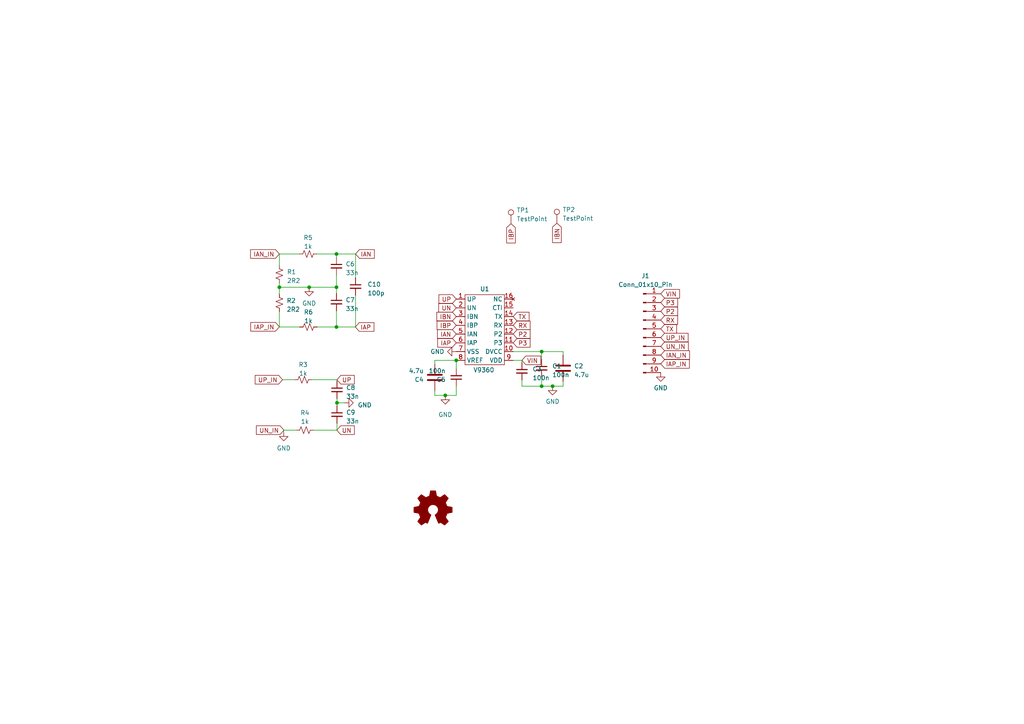
<source format=kicad_sch>
(kicad_sch (version 20230121) (generator eeschema)
  (paper "A4")
  (lib_symbols
    (symbol "Connector:Conn_01x10_Pin" (pin_names (offset 1.016) hide)
      (property "Reference" "J" (at 0 12.7 0))
      (property "Value" "Conn_01x10_Pin" (at 0 -15.24 0))
      (symbol "Conn_01x10_Pin_1_1"
        (polyline (pts (xy 1.27 -12.7) (xy 0.8636 -12.7)) (stroke (width 0.1524)))
        (polyline (pts (xy 1.27 -10.16) (xy 0.8636 -10.16)) (stroke (width 0.1524)))
        (polyline (pts (xy 1.27 -7.62) (xy 0.8636 -7.62)) (stroke (width 0.1524)))
        (polyline (pts (xy 1.27 -5.08) (xy 0.8636 -5.08)) (stroke (width 0.1524)))
        (polyline (pts (xy 1.27 -2.54) (xy 0.8636 -2.54)) (stroke (width 0.1524)))
        (polyline (pts (xy 1.27 0) (xy 0.8636 0)) (stroke (width 0.1524)))
        (polyline (pts (xy 1.27 2.54) (xy 0.8636 2.54)) (stroke (width 0.1524)))
        (polyline (pts (xy 1.27 5.08) (xy 0.8636 5.08)) (stroke (width 0.1524)))
        (polyline (pts (xy 1.27 7.62) (xy 0.8636 7.62)) (stroke (width 0.1524)))
        (polyline (pts (xy 1.27 10.16) (xy 0.8636 10.16)) (stroke (width 0.1524)))
        (rectangle (start 0.8636 -12.573) (end 0 -12.827) (stroke (width 0.1524)) (fill (type outline)))
        (rectangle (start 0.8636 -10.033) (end 0 -10.287) (stroke (width 0.1524)) (fill (type outline)))
        (rectangle (start 0.8636 -7.493) (end 0 -7.747) (stroke (width 0.1524)) (fill (type outline)))
        (rectangle (start 0.8636 -4.953) (end 0 -5.207) (stroke (width 0.1524)) (fill (type outline)))
        (rectangle (start 0.8636 -2.413) (end 0 -2.667) (stroke (width 0.1524)) (fill (type outline)))
        (rectangle (start 0.8636 0.127) (end 0 -0.127) (stroke (width 0.1524)) (fill (type outline)))
        (rectangle (start 0.8636 2.667) (end 0 2.413) (stroke (width 0.1524)) (fill (type outline)))
        (rectangle (start 0.8636 5.207) (end 0 4.953) (stroke (width 0.1524)) (fill (type outline)))
        (rectangle (start 0.8636 7.747) (end 0 7.493) (stroke (width 0.1524)) (fill (type outline)))
        (rectangle (start 0.8636 10.287) (end 0 10.033) (stroke (width 0.1524)) (fill (type outline)))
        (pin passive line (at 5.08 10.16 180) (length 3.81) (name "Pin_1") (number "1"))
        (pin passive line (at 5.08 -12.7 180) (length 3.81) (name "Pin_10") (number "10"))
        (pin passive line (at 5.08 7.62 180) (length 3.81) (name "Pin_2") (number "2"))
        (pin passive line (at 5.08 5.08 180) (length 3.81) (name "Pin_3") (number "3"))
        (pin passive line (at 5.08 2.54 180) (length 3.81) (name "Pin_4") (number "4"))
        (pin passive line (at 5.08 0 180) (length 3.81) (name "Pin_5") (number "5"))
        (pin passive line (at 5.08 -2.54 180) (length 3.81) (name "Pin_6") (number "6"))
        (pin passive line (at 5.08 -5.08 180) (length 3.81) (name "Pin_7") (number "7"))
        (pin passive line (at 5.08 -7.62 180) (length 3.81) (name "Pin_8") (number "8"))
        (pin passive line (at 5.08 -10.16 180) (length 3.81) (name "Pin_9") (number "9"))
      )
    )
    (symbol "Connector:TestPoint" (pin_numbers hide) (pin_names (offset 0.762) hide)
      (property "Reference" "TP" (at 0 6.858 0))
      (property "Value" "TestPoint" (at 0 5.08 0))
      (symbol "TestPoint_0_1"
        (circle (center 0 3.302) (radius 0.762))
      )
      (symbol "TestPoint_1_1"
        (pin passive line (at 0 0 90) (length 2.54) (name "1") (number "1"))
      )
    )
    (symbol "Device:C" (pin_numbers hide) (pin_names (offset 0.254))
      (property "Reference" "C" (at 0.635 2.54 0))
      (property "Value" "C" (at 0.635 -2.54 0))
      (symbol "C_0_1"
        (polyline (pts (xy -2.032 -0.762) (xy 2.032 -0.762)) (stroke (width 0.508)))
        (polyline (pts (xy -2.032 0.762) (xy 2.032 0.762)) (stroke (width 0.508)))
      )
      (symbol "C_1_1"
        (pin passive line (at 0 3.81 270) (length 2.794) (name "~") (number "1"))
        (pin passive line (at 0 -3.81 90) (length 2.794) (name "~") (number "2"))
      )
    )
    (symbol "Device:C_Small" (pin_numbers hide) (pin_names (offset 0.254) hide)
      (property "Reference" "C" (at 0.254 1.778 0))
      (property "Value" "C_Small" (at 0.254 -2.032 0))
      (symbol "C_Small_0_1"
        (polyline (pts (xy -1.524 -0.508) (xy 1.524 -0.508)) (stroke (width 0.3302)))
        (polyline (pts (xy -1.524 0.508) (xy 1.524 0.508)) (stroke (width 0.3048)))
      )
      (symbol "C_Small_1_1"
        (pin passive line (at 0 2.54 270) (length 2.032) (name "~") (number "1"))
        (pin passive line (at 0 -2.54 90) (length 2.032) (name "~") (number "2"))
      )
    )
    (symbol "Device:R_Small_US" (pin_numbers hide) (pin_names (offset 0.254) hide)
      (property "Reference" "R" (at 0.762 0.508 0))
      (property "Value" "R_Small_US" (at 0.762 -1.016 0))
      (symbol "R_Small_US_1_1"
        (polyline (pts (xy 0 0) (xy 1.016 -0.381) (xy 0 -0.762) (xy -1.016 -1.143) (xy 0 -1.524)))
        (polyline (pts (xy 0 1.524) (xy 1.016 1.143) (xy 0 0.762) (xy -1.016 0.381) (xy 0 0)))
        (pin passive line (at 0 2.54 270) (length 1.016) (name "~") (number "1"))
        (pin passive line (at 0 -2.54 90) (length 1.016) (name "~") (number "2"))
      )
    )
    (symbol "Graphic:Logo_Open_Hardware_Small" (in_bom no) (on_board no)
      (symbol "Logo_Open_Hardware_Small_0_1"
        (polyline (pts (xy 3.3528 -4.3434) (xy 3.302 -4.318) (xy 3.175 -4.2418) (xy 2.9972 -4.1148) (xy 2.7686 -3.9624) (xy 2.54 -3.81) (xy 2.3622 -3.7084) (xy 2.2352 -3.6068) (xy 2.1844 -3.5814) (xy 2.159 -3.6068) (xy 2.0574 -3.6576) (xy 1.905 -3.7338) (xy 1.8034 -3.7846) (xy 1.6764 -3.8354) (xy 1.6002 -3.8354) (xy 1.6002 -3.8354) (xy 1.5494 -3.7338) (xy 1.4732 -3.5306) (xy 1.3462 -3.302) (xy 1.2446 -3.0226) (xy 1.1176 -2.7178) (xy 0.9652 -2.413) (xy 0.8636 -2.1082) (xy 0.7366 -1.8288) (xy 0.6604 -1.6256) (xy 0.6096 -1.4732) (xy 0.5842 -1.397) (xy 0.5842 -1.397) (xy 0.6604 -1.3208) (xy 0.7874 -1.2446) (xy 1.0414 -1.016) (xy 1.2954 -0.6858) (xy 1.4478 -0.3302) (xy 1.524 0.0762) (xy 1.4732 0.4572) (xy 1.3208 0.8128) (xy 1.0668 1.143) (xy 0.762 1.3716) (xy 0.4064 1.524) (xy 0 1.5748) (xy -0.381 1.5494) (xy -0.7366 1.397) (xy -1.0668 1.143) (xy -1.2192 0.9906) (xy -1.397 0.6604) (xy -1.524 0.3048) (xy -1.524 0.2286) (xy -1.4986 -0.1778) (xy -1.397 -0.5334) (xy -1.1938 -0.8636) (xy -0.9144 -1.143) (xy -0.8636 -1.1684) (xy -0.7366 -1.27) (xy -0.635 -1.3462) (xy -0.5842 -1.397) (xy -1.0668 -2.5908) (xy -1.143 -2.794) (xy -1.2954 -3.1242) (xy -1.397 -3.4036) (xy -1.4986 -3.6322) (xy -1.5748 -3.7846) (xy -1.6002 -3.8354) (xy -1.6002 -3.8354) (xy -1.651 -3.8354) (xy -1.7272 -3.81) (xy -1.905 -3.7338) (xy -2.0066 -3.683) (xy -2.1336 -3.6068) (xy -2.2098 -3.5814) (xy -2.2606 -3.6068) (xy -2.3622 -3.683) (xy -2.54 -3.81) (xy -2.7686 -3.9624) (xy -2.9718 -4.0894) (xy -3.1496 -4.2164) (xy -3.302 -4.318) (xy -3.3528 -4.3434) (xy -3.3782 -4.3434) (xy -3.429 -4.318) (xy -3.5306 -4.2164) (xy -3.7084 -4.064) (xy -3.937 -3.8354) (xy -3.9624 -3.81) (xy -4.1656 -3.6068) (xy -4.318 -3.4544) (xy -4.4196 -3.3274) (xy -4.445 -3.2766) (xy -4.445 -3.2766) (xy -4.4196 -3.2258) (xy -4.318 -3.0734) (xy -4.2164 -2.8956) (xy -4.064 -2.667) (xy -3.6576 -2.0828) (xy -3.8862 -1.5494) (xy -3.937 -1.3716) (xy -4.0386 -1.1684) (xy -4.0894 -1.0414) (xy -4.1148 -0.9652) (xy -4.191 -0.9398) (xy -4.318 -0.9144) (xy -4.5466 -0.8636) (xy -4.8006 -0.8128) (xy -5.0546 -0.7874) (xy -5.2578 -0.7366) (xy -5.4356 -0.7112) (xy -5.5118 -0.6858) (xy -5.5118 -0.6858) (xy -5.5372 -0.635) (xy -5.5372 -0.5588) (xy -5.5372 -0.4318) (xy -5.5626 -0.2286) (xy -5.5626 0.0762) (xy -5.5626 0.127) (xy -5.5372 0.4064) (xy -5.5372 0.635) (xy -5.5372 0.762) (xy -5.5372 0.8382) (xy -5.5372 0.8382) (xy -5.461 0.8382) (xy -5.3086 0.889) (xy -5.08 0.9144) (xy -4.826 0.9652) (xy -4.8006 0.9906) (xy -4.5466 1.0414) (xy -4.318 1.0668) (xy -4.1656 1.1176) (xy -4.0894 1.143) (xy -4.0894 1.143) (xy -4.0386 1.2446) (xy -3.9624 1.4224) (xy -3.8608 1.6256) (xy -3.7846 1.8288) (xy -3.7084 2.0066) (xy -3.6576 2.159) (xy -3.6322 2.2098) (xy -3.6322 2.2098) (xy -3.683 2.286) (xy -3.7592 2.413) (xy -3.8862 2.5908) (xy -4.064 2.8194) (xy -4.064 2.8448) (xy -4.2164 3.0734) (xy -4.3434 3.2512) (xy -4.4196 3.3782) (xy -4.445 3.4544) (xy -4.445 3.4544) (xy -4.3942 3.5052) (xy -4.2926 3.6322) (xy -4.1148 3.81) (xy -3.937 4.0132) (xy -3.8608 4.064) (xy -3.6576 4.2926) (xy -3.5052 4.4196) (xy -3.4036 4.4958) (xy -3.3528 4.5212) (xy -3.3528 4.5212) (xy -3.302 4.4704) (xy -3.1496 4.3688) (xy -2.9718 4.2418) (xy -2.7432 4.0894) (xy -2.7178 4.0894) (xy -2.4892 3.937) (xy -2.3114 3.81) (xy -2.1844 3.7084) (xy -2.1336 3.683) (xy -2.1082 3.683) (xy -2.032 3.7084) (xy -1.8542 3.7592) (xy -1.6764 3.8354) (xy -1.4732 3.937) (xy -1.27 4.0132) (xy -1.143 4.064) (xy -1.0668 4.1148) (xy -1.0668 4.1148) (xy -1.0414 4.191) (xy -1.016 4.3434) (xy -0.9652 4.572) (xy -0.9144 4.8514) (xy -0.889 4.9022) (xy -0.8382 5.1562) (xy -0.8128 5.3848) (xy -0.7874 5.5372) (xy -0.762 5.588) (xy -0.7112 5.6134) (xy -0.5842 5.6134) (xy -0.4064 5.6134) (xy -0.1524 5.6134) (xy 0.0762 5.6134) (xy 0.3302 5.6134) (xy 0.5334 5.6134) (xy 0.6858 5.588) (xy 0.7366 5.588) (xy 0.7366 5.588) (xy 0.762 5.5118) (xy 0.8128 5.334) (xy 0.8382 5.1054) (xy 0.9144 4.826) (xy 0.9144 4.7752) (xy 0.9652 4.5212) (xy 1.016 4.2926) (xy 1.0414 4.1402) (xy 1.0668 4.0894) (xy 1.0668 4.0894) (xy 1.1938 4.0386) (xy 1.3716 3.9624) (xy 1.5748 3.8608) (xy 2.0828 3.6576) (xy 2.7178 4.0894) (xy 2.7686 4.1402) (xy 2.9972 4.2926) (xy 3.175 4.4196) (xy 3.302 4.4958) (xy 3.3782 4.5212) (xy 3.3782 4.5212) (xy 3.429 4.4704) (xy 3.556 4.3434) (xy 3.7338 4.191) (xy 3.9116 3.9878) (xy 4.064 3.8354) (xy 4.2418 3.6576) (xy 4.3434 3.556) (xy 4.4196 3.4798) (xy 4.4196 3.429) (xy 4.4196 3.4036) (xy 4.3942 3.3274) (xy 4.2926 3.2004) (xy 4.1656 2.9972) (xy 4.0132 2.794) (xy 3.8862 2.5908) (xy 3.7592 2.3876) (xy 3.6576 2.2352) (xy 3.6322 2.159) (xy 3.6322 2.1336) (xy 3.683 2.0066) (xy 3.7592 1.8288) (xy 3.8608 1.6002) (xy 4.064 1.1176) (xy 4.3942 1.0414) (xy 4.5974 1.016) (xy 4.8768 0.9652) (xy 5.1308 0.9144) (xy 5.5372 0.8382) (xy 5.5626 -0.6604) (xy 5.4864 -0.6858) (xy 5.4356 -0.6858) (xy 5.2832 -0.7366) (xy 5.0546 -0.762) (xy 4.8006 -0.8128) (xy 4.5974 -0.8636) (xy 4.3688 -0.9144) (xy 4.2164 -0.9398) (xy 4.1402 -0.9398) (xy 4.1148 -0.9652) (xy 4.064 -1.0668) (xy 3.9878 -1.2446) (xy 3.9116 -1.4478) (xy 3.81 -1.651) (xy 3.7338 -1.8542) (xy 3.683 -2.0066) (xy 3.6576 -2.0828) (xy 3.683 -2.1336) (xy 3.7846 -2.2606) (xy 3.8862 -2.4638) (xy 4.0386 -2.667) (xy 4.191 -2.8956) (xy 4.318 -3.0734) (xy 4.3942 -3.2004) (xy 4.445 -3.2766) (xy 4.4196 -3.3274) (xy 4.3434 -3.429) (xy 4.1656 -3.5814) (xy 3.937 -3.8354) (xy 3.8862 -3.8608) (xy 3.683 -4.064) (xy 3.5306 -4.2164) (xy 3.4036 -4.318) (xy 3.3528 -4.3434)) (fill (type outline)))
      )
    )
    (symbol "V93xx_Breakout:V9360"
      (property "Reference" "U" (at 0 0 0))
      (symbol "V9360_0_1"
        (rectangle (start -5.08 -1.27) (end 6.35 -21.59))
      )
      (symbol "V9360_1_1"
        (pin input line (at -7.62 -2.54 0) (length 2.54) (name "UP") (number "1"))
        (pin power_in line (at 8.89 -17.78 180) (length 2.54) (name "DVCC") (number "10"))
        (pin output line (at 8.89 -15.24 180) (length 2.54) (name "P3") (number "11"))
        (pin output line (at 8.89 -12.7 180) (length 2.54) (name "P2") (number "12"))
        (pin input line (at 8.89 -10.16 180) (length 2.54) (name "RX") (number "13"))
        (pin output line (at 8.89 -7.62 180) (length 2.54) (name "TX") (number "14"))
        (pin input line (at 8.89 -5.08 180) (length 2.54) (name "CTI") (number "15"))
        (pin no_connect line (at 8.89 -2.54 180) (length 2.54) (name "NC") (number "16"))
        (pin input line (at -7.62 -5.08 0) (length 2.54) (name "UN") (number "2"))
        (pin input line (at -7.62 -7.62 0) (length 2.54) (name "IBN") (number "3"))
        (pin input line (at -7.62 -10.16 0) (length 2.54) (name "IBP") (number "4"))
        (pin input line (at -7.62 -12.7 0) (length 2.54) (name "IAN") (number "5"))
        (pin input line (at -7.62 -15.24 0) (length 2.54) (name "IAP") (number "6"))
        (pin power_in line (at -7.62 -17.78 0) (length 2.54) (name "VSS") (number "7"))
        (pin bidirectional line (at -7.62 -20.32 0) (length 2.54) (name "VREF") (number "8"))
        (pin power_in line (at 8.89 -20.32 180) (length 2.54) (name "VDD") (number "9"))
      )
    )
    (symbol "power:GND" (power) (pin_names (offset 0))
      (property "Value" "GND" (at 0 -3.81 0))
      (symbol "GND_0_1"
        (polyline (pts (xy 0 0) (xy 0 -1.27) (xy 1.27 -1.27) (xy 0 -2.54) (xy -1.27 -1.27) (xy 0 -1.27)))
      )
      (symbol "GND_1_1"
        (pin power_in line (at 0 0 270) (length 0) hide (name "GND") (number "1"))
      )
    )
  )
  (junction (at 129.159 114.681))
  (junction (at 157.099 101.981))
  (junction (at 97.5868 94.8436))
  (junction (at 81.026 83.312))
  (junction (at 160.274 112.014))
  (junction (at 97.7392 116.84))
  (junction (at 157.099 112.014))
  (junction (at 89.662 83.312))
  (junction (at 97.5868 73.66))
  (junction (at 97.5868 83.312))
  (junction (at 132.334 104.521))
  (wire (pts (xy 132.334 114.681) (xy 132.334 112.014)))
  (wire (pts (xy 97.5868 73.66) (xy 97.5868 74.676)))
  (wire (pts (xy 126.111 113.284) (xy 126.111 114.681)))
  (wire (pts (xy 85.9028 124.7648) (xy 82.296 124.7648)))
  (wire (pts (xy 91.8972 73.66) (xy 97.5868 73.66)))
  (wire (pts (xy 97.5868 90.17) (xy 97.5868 94.8436)))
  (wire (pts (xy 163.322 101.981) (xy 163.322 102.997)))
  (wire (pts (xy 97.5868 83.312) (xy 97.5868 85.09)))
  (wire (pts (xy 97.7392 116.84) (xy 97.7392 117.7036)))
  (wire (pts (xy 132.334 104.521) (xy 126.111 104.521)))
  (wire (pts (xy 151.384 110.236) (xy 151.384 112.014)))
  (wire (pts (xy 90.4748 110.1344) (xy 97.7392 110.1344)))
  (wire (pts (xy 97.5868 79.756) (xy 97.5868 83.312)))
  (wire (pts (xy 82.296 124.7648) (xy 82.296 125.3236)))
  (wire (pts (xy 126.111 114.681) (xy 129.159 114.681)))
  (wire (pts (xy 151.384 104.521) (xy 151.384 105.156)))
  (wire (pts (xy 157.099 112.014) (xy 160.274 112.014)))
  (wire (pts (xy 126.111 104.521) (xy 126.111 105.664)))
  (wire (pts (xy 81.026 94.8436) (xy 86.9188 94.8436)))
  (wire (pts (xy 81.026 83.312) (xy 81.026 85.2932)))
  (wire (pts (xy 97.7392 110.1344) (xy 97.7392 110.5408)))
  (wire (pts (xy 157.099 109.347) (xy 157.099 112.014)))
  (wire (pts (xy 86.8172 73.66) (xy 81.026 73.66)))
  (wire (pts (xy 157.099 101.981) (xy 157.099 104.267)))
  (wire (pts (xy 97.7392 116.84) (xy 99.9236 116.84)))
  (wire (pts (xy 81.026 82.042) (xy 81.026 83.312)))
  (wire (pts (xy 97.7392 124.7648) (xy 97.7392 122.7836)))
  (wire (pts (xy 129.159 114.681) (xy 132.334 114.681)))
  (wire (pts (xy 148.844 104.521) (xy 151.384 104.521)))
  (wire (pts (xy 89.662 83.312) (xy 97.5868 83.312)))
  (wire (pts (xy 103.124 94.8436) (xy 103.124 85.6488)))
  (wire (pts (xy 90.9828 124.7648) (xy 97.7392 124.7648)))
  (wire (pts (xy 132.334 104.521) (xy 132.334 106.934)))
  (wire (pts (xy 81.026 83.312) (xy 89.662 83.312)))
  (wire (pts (xy 81.026 90.3732) (xy 81.026 94.8436)))
  (wire (pts (xy 91.9988 94.8436) (xy 97.5868 94.8436)))
  (wire (pts (xy 160.274 112.014) (xy 163.322 112.014)))
  (wire (pts (xy 103.124 73.66) (xy 97.5868 73.66)))
  (wire (pts (xy 81.9404 110.1344) (xy 85.3948 110.1344)))
  (wire (pts (xy 97.5868 94.8436) (xy 103.124 94.8436)))
  (wire (pts (xy 103.124 80.5688) (xy 103.124 73.66)))
  (wire (pts (xy 151.384 112.014) (xy 157.099 112.014)))
  (wire (pts (xy 157.099 101.981) (xy 163.322 101.981)))
  (wire (pts (xy 148.844 101.981) (xy 157.099 101.981)))
  (wire (pts (xy 163.322 112.014) (xy 163.322 110.617)))
  (wire (pts (xy 81.026 73.66) (xy 81.026 76.962)))
  (wire (pts (xy 97.7392 115.6208) (xy 97.7392 116.84)))
  (global_label "IBP" (shape input) (at 148.209 64.897 270) (property "Intersheetrefs" "${INTERSHEET_REFS}" (effects hide)))
  (global_label "UP" (shape input) (at 97.7392 110.1344 0) (property "Intersheetrefs" "${INTERSHEET_REFS}" (effects hide)))
  (global_label "P2" (shape input) (at 148.844 96.901 0) (property "Intersheetrefs" "${INTERSHEET_REFS}" (effects hide)))
  (global_label "IAP" (shape input) (at 103.0732 94.8436 0) (property "Intersheetrefs" "${INTERSHEET_REFS}" (effects hide)))
  (global_label "UP_IN" (shape input) (at 81.9404 110.1344 180) (property "Intersheetrefs" "${INTERSHEET_REFS}" (effects hide)))
  (global_label "IBN" (shape input) (at 161.5186 64.7446 270) (property "Intersheetrefs" "${INTERSHEET_REFS}" (effects hide)))
  (global_label "IAN" (shape input) (at 132.334 96.901 180) (property "Intersheetrefs" "${INTERSHEET_REFS}" (effects hide)))
  (global_label "IAP_IN" (shape input) (at 81.026 94.7928 180) (property "Intersheetrefs" "${INTERSHEET_REFS}" (effects hide)))
  (global_label "IAN_IN" (shape input) (at 191.643 102.997 0) (property "Intersheetrefs" "${INTERSHEET_REFS}" (effects hide)))
  (global_label "VIN" (shape input) (at 151.384 104.521 0) (property "Intersheetrefs" "${INTERSHEET_REFS}" (effects hide)))
  (global_label "UP" (shape input) (at 132.334 86.741 180) (property "Intersheetrefs" "${INTERSHEET_REFS}" (effects hide)))
  (global_label "P2" (shape input) (at 191.643 90.297 0) (property "Intersheetrefs" "${INTERSHEET_REFS}" (effects hide)))
  (global_label "UP_IN" (shape input) (at 191.643 97.917 0) (property "Intersheetrefs" "${INTERSHEET_REFS}" (effects hide)))
  (global_label "IAP_IN" (shape input) (at 191.643 105.537 0) (property "Intersheetrefs" "${INTERSHEET_REFS}" (effects hide)))
  (global_label "P3" (shape input) (at 148.844 99.441 0) (property "Intersheetrefs" "${INTERSHEET_REFS}" (effects hide)))
  (global_label "IBN" (shape input) (at 132.334 91.821 180) (property "Intersheetrefs" "${INTERSHEET_REFS}" (effects hide)))
  (global_label "RX" (shape input) (at 191.643 92.837 0) (property "Intersheetrefs" "${INTERSHEET_REFS}" (effects hide)))
  (global_label "UN" (shape input) (at 97.6884 124.7648 0) (property "Intersheetrefs" "${INTERSHEET_REFS}" (effects hide)))
  (global_label "TX" (shape input) (at 148.844 91.821 0) (property "Intersheetrefs" "${INTERSHEET_REFS}" (effects hide)))
  (global_label "UN_IN" (shape input) (at 191.643 100.457 0) (property "Intersheetrefs" "${INTERSHEET_REFS}" (effects hide)))
  (global_label "UN_IN" (shape input) (at 82.3468 124.7648 180) (property "Intersheetrefs" "${INTERSHEET_REFS}" (effects hide)))
  (global_label "IBP" (shape input) (at 132.334 94.361 180) (property "Intersheetrefs" "${INTERSHEET_REFS}" (effects hide)))
  (global_label "RX" (shape input) (at 148.844 94.361 0) (property "Intersheetrefs" "${INTERSHEET_REFS}" (effects hide)))
  (global_label "IAP" (shape input) (at 132.334 99.441 180) (property "Intersheetrefs" "${INTERSHEET_REFS}" (effects hide)))
  (global_label "P3" (shape input) (at 191.643 87.757 0) (property "Intersheetrefs" "${INTERSHEET_REFS}" (effects hide)))
  (global_label "UN" (shape input) (at 132.334 89.281 180) (property "Intersheetrefs" "${INTERSHEET_REFS}" (effects hide)))
  (global_label "TX" (shape input) (at 191.643 95.377 0) (property "Intersheetrefs" "${INTERSHEET_REFS}" (effects hide)))
  (global_label "IAN_IN" (shape input) (at 81.026 73.66 180) (property "Intersheetrefs" "${INTERSHEET_REFS}" (effects hide)))
  (global_label "IAN" (shape input) (at 103.124 73.66 0) (property "Intersheetrefs" "${INTERSHEET_REFS}" (effects hide)))
  (global_label "VIN" (shape input) (at 191.643 85.217 0) (property "Intersheetrefs" "${INTERSHEET_REFS}" (effects hide)))
  (symbol (lib_id "power:GND") (at 82.296 125.3236 0) (unit 1)
    (property "Reference" "#PWR04" (effects hide))
    (property "Value" "GND" (at 82.296 129.9972 0))
  )
  (symbol (lib_id "Device:R_Small_US") (at 81.026 87.8332 0) (unit 1)
    (property "Reference" "R2" (at 83.1088 87.1982 0) (effects (justify left)))
    (property "Value" "2R2" (at 83.1088 89.7382 0) (effects (justify left)))
    (property "Footprint" "Resistor_SMD:R_0603_1608Metric" (effects hide))
    (property "MPN" "CPF0603B2R21E1" (effects hide))
  )
  (symbol (lib_id "Device:C_Small") (at 97.7392 120.2436 0) (unit 1)
    (property "Reference" "C9" (at 100.3808 119.6149 0) (effects (justify left)))
    (property "Value" "33n" (at 100.3808 122.1549 0) (effects (justify left)))
    (property "Footprint" "Capacitor_SMD:C_0603_1608Metric" (effects hide))
    (property "MPN" "CC0603JRX7R9BB333" (effects hide))
  )
  (symbol (lib_id "Device:R_Small_US") (at 87.9348 110.1344 90) (unit 1)
    (property "Reference" "R3" (at 87.9348 105.7656 90))
    (property "Value" "1k" (at 87.9348 108.3056 90))
    (property "Footprint" "Resistor_SMD:R_0603_1608Metric" (effects hide))
    (property "MPN" "RR0816P-102-D" (effects hide))
  )
  (symbol (lib_id "Connector:TestPoint") (at 148.209 64.897 0) (unit 1)
    (property "Reference" "TP1" (at 149.8346 60.96 0) (effects (justify left)))
    (property "Value" "TestPoint" (at 149.8346 63.5 0) (effects (justify left)))
    (property "Footprint" "TestPoint:TestPoint_Pad_1.5x1.5mm" (effects hide))
    (property "DNP" "..." (effects hide))
  )
  (symbol (lib_id "Device:C_Small") (at 97.5868 77.216 0) (unit 1)
    (property "Reference" "C6" (at 100.2284 76.5873 0) (effects (justify left)))
    (property "Value" "33n" (at 100.2284 79.1273 0) (effects (justify left)))
    (property "Footprint" "Capacitor_SMD:C_0603_1608Metric" (effects hide))
    (property "MPN" "CC0603JRX7R9BB333" (effects hide))
  )
  (symbol (lib_id "Graphic:Logo_Open_Hardware_Small") (at 125.603 147.955 0) (unit 1) (in_bom no)
    (property "Reference" "SYM1" (effects hide))
    (property "Value" "Logo_Open_Hardware_Small" (effects hide))
    (property "Footprint" "Symbol:OSHW-Logo2_9.8x8mm_SilkScreen" (effects hide))
    (property "Sim.Enable" "0" (effects hide))
    (property "DNP" "..." (effects hide))
  )
  (symbol (lib_id "power:GND") (at 99.9236 116.84 90) (unit 1)
    (property "Reference" "#PWR06" (effects hide))
    (property "Value" "GND" (at 103.7336 117.475 90) (effects (justify right)))
  )
  (symbol (lib_id "V93xx_Breakout:V9360") (at 139.954 84.201 0) (unit 1)
    (property "Reference" "U1" (at 140.589 83.82 0))
    (property "Value" "V9360" (at 140.335 107.315 0))
    (property "Footprint" "V93xx_Breakouts:SOP127P604X173-16N" (effects hide))
    (property "MPN" "V9360" (effects hide))
  )
  (symbol (lib_id "power:GND") (at 191.643 108.077 0) (unit 1)
    (property "Reference" "#PWR07" (effects hide))
    (property "Value" "GND" (at 191.643 112.522 0))
  )
  (symbol (lib_id "Device:R_Small_US") (at 88.4428 124.7648 90) (unit 1)
    (property "Reference" "R4" (at 88.4428 119.7356 90))
    (property "Value" "1k" (at 88.4428 122.2756 90))
    (property "Footprint" "Resistor_SMD:R_0603_1608Metric" (effects hide))
    (property "MPN" "RR0816P-102-D" (effects hide))
  )
  (symbol (lib_id "Device:R_Small_US") (at 89.4588 94.8436 90) (unit 1)
    (property "Reference" "R6" (at 89.4588 90.5256 90))
    (property "Value" "1k" (at 89.4588 93.0656 90))
    (property "Footprint" "Resistor_SMD:R_0603_1608Metric" (effects hide))
    (property "MPN" "RR0816P-102-D" (effects hide))
  )
  (symbol (lib_id "power:GND") (at 132.334 101.981 270) (unit 1)
    (property "Reference" "#PWR03" (effects hide))
    (property "Value" "GND" (at 128.905 101.981 90) (effects (justify right)))
  )
  (symbol (lib_id "Device:C") (at 163.322 106.807 0) (unit 1)
    (property "Reference" "C2" (at 166.497 106.172 0) (effects (justify left)))
    (property "Value" "4.7u" (at 166.497 108.712 0) (effects (justify left)))
    (property "Footprint" "Capacitor_SMD:C_0805_2012Metric" (effects hide))
    (property "MPN" "C0805C475K8PACTU" (effects hide))
  )
  (symbol (lib_id "Device:C") (at 126.111 109.474 180) (unit 1)
    (property "Reference" "C4" (at 122.936 110.109 0) (effects (justify left)))
    (property "Value" "4.7u" (at 122.936 107.569 0) (effects (justify left)))
    (property "Footprint" "Capacitor_SMD:C_0805_2012Metric" (effects hide))
    (property "MPN" "C0805C475K8PACTU" (effects hide))
  )
  (symbol (lib_id "Connector:TestPoint") (at 161.5186 64.7446 0) (unit 1)
    (property "Reference" "TP2" (at 163.1442 60.8076 0) (effects (justify left)))
    (property "Value" "TestPoint" (at 163.1442 63.3476 0) (effects (justify left)))
    (property "Footprint" "TestPoint:TestPoint_Pad_1.5x1.5mm" (effects hide))
    (property "DNP" "..." (effects hide))
  )
  (symbol (lib_id "Device:C_Small") (at 157.099 106.807 0) (unit 1)
    (property "Reference" "C1" (at 160.147 106.1783 0) (effects (justify left)))
    (property "Value" "100n" (at 160.147 108.7183 0) (effects (justify left)))
    (property "Footprint" "Capacitor_SMD:C_0603_1608Metric" (effects hide))
    (property "MPN" "GMC10X7R104K100NT" (effects hide))
  )
  (symbol (lib_id "power:GND") (at 129.159 114.681 0) (unit 1)
    (property "Reference" "#PWR02" (effects hide))
    (property "Value" "GND" (at 129.159 120.269 0))
  )
  (symbol (lib_id "Device:C_Small") (at 132.334 109.474 180) (unit 1)
    (property "Reference" "C5" (at 129.286 110.1027 0) (effects (justify left)))
    (property "Value" "100n" (at 129.286 107.5627 0) (effects (justify left)))
    (property "Footprint" "Capacitor_SMD:C_0603_1608Metric" (effects hide))
    (property "MPN" "GMC10X7R104K100NT" (effects hide))
  )
  (symbol (lib_id "power:GND") (at 89.662 83.312 0) (unit 1)
    (property "Reference" "#PWR05" (effects hide))
    (property "Value" "GND" (at 89.662 87.9856 0))
  )
  (symbol (lib_id "Device:R_Small_US") (at 81.026 79.502 0) (unit 1)
    (property "Reference" "R1" (at 83.2104 78.867 0) (effects (justify left)))
    (property "Value" "2R2" (at 83.2104 81.407 0) (effects (justify left)))
    (property "Footprint" "Resistor_SMD:R_0603_1608Metric" (effects hide))
    (property "MPN" "CPF0603B2R21E1" (effects hide))
  )
  (symbol (lib_id "Device:C_Small") (at 151.384 107.696 0) (unit 1)
    (property "Reference" "C3" (at 154.432 107.0673 0) (effects (justify left)))
    (property "Value" "100n" (at 154.432 109.6073 0) (effects (justify left)))
    (property "Footprint" "Capacitor_SMD:C_0603_1608Metric" (effects hide))
    (property "MPN" "GMC10X7R104K100NT" (effects hide))
  )
  (symbol (lib_id "power:GND") (at 160.274 112.014 0) (unit 1)
    (property "Reference" "#PWR01" (effects hide))
    (property "Value" "GND" (at 160.274 116.459 0))
  )
  (symbol (lib_id "Device:R_Small_US") (at 89.3572 73.66 90) (unit 1)
    (property "Reference" "R5" (at 89.3572 68.9356 90))
    (property "Value" "1k" (at 89.3572 71.4756 90))
    (property "Footprint" "Resistor_SMD:R_0603_1608Metric" (effects hide))
    (property "MPN" "RR0816P-102-D" (effects hide))
  )
  (symbol (lib_id "Connector:Conn_01x10_Pin") (at 186.563 95.377 0) (unit 1)
    (property "Reference" "J1" (at 187.198 80.01 0))
    (property "Value" "Conn_01x10_Pin" (at 187.198 82.55 0))
    (property "Footprint" "Connector_PinHeader_2.54mm:PinHeader_1x10_P2.54mm_Vertical" (effects hide))
    (property "DNP" "..." (effects hide))
  )
  (symbol (lib_id "Device:C_Small") (at 97.5868 87.63 0) (unit 1)
    (property "Reference" "C7" (at 100.2284 87.0013 0) (effects (justify left)))
    (property "Value" "33n" (at 100.2284 89.5413 0) (effects (justify left)))
    (property "Footprint" "Capacitor_SMD:C_0603_1608Metric" (effects hide))
    (property "MPN" "CC0603JRX7R9BB333" (effects hide))
  )
  (symbol (lib_id "Device:C_Small") (at 97.7392 113.0808 0) (unit 1)
    (property "Reference" "C8" (at 100.3808 112.4521 0) (effects (justify left)))
    (property "Value" "33n" (at 100.3808 114.9921 0) (effects (justify left)))
    (property "Footprint" "Capacitor_SMD:C_0603_1608Metric" (effects hide))
    (property "MPN" "CC0603JRX7R9BB333" (effects hide))
  )
  (symbol (lib_id "Device:C_Small") (at 103.124 83.1088 0) (unit 1)
    (property "Reference" "C10" (at 106.5784 82.4801 0) (effects (justify left)))
    (property "Value" "100p" (at 106.5784 85.0201 0) (effects (justify left)))
    (property "Footprint" "Capacitor_SMD:C_0603_1608Metric" (effects hide))
    (property "MPN" "885012206003" (effects hide))
  )
)
</source>
